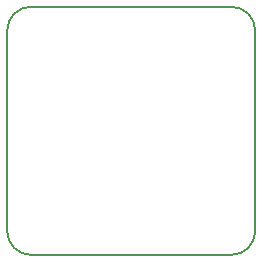
<source format=gbr>
G04 #@! TF.FileFunction,Profile,NP*
%FSLAX46Y46*%
G04 Gerber Fmt 4.6, Leading zero omitted, Abs format (unit mm)*
G04 Created by KiCad (PCBNEW 4.0.5) date Sunday, 09. April 2017 'u35' 15:35:46*
%MOMM*%
%LPD*%
G01*
G04 APERTURE LIST*
%ADD10C,0.100000*%
%ADD11C,0.150000*%
G04 APERTURE END LIST*
D10*
D11*
X139000000Y-110000000D02*
G75*
G03X141000000Y-108000000I0J2000000D01*
G01*
X120000000Y-108000000D02*
G75*
G03X122000000Y-110000000I2000000J0D01*
G01*
X141000000Y-91000000D02*
G75*
G03X139000000Y-89000000I-2000000J0D01*
G01*
X122000000Y-89000000D02*
G75*
G03X120000000Y-91000000I0J-2000000D01*
G01*
X139000000Y-110000000D02*
X122000000Y-110000000D01*
X141000000Y-91000000D02*
X141000000Y-108000000D01*
X122000000Y-89000000D02*
X139000000Y-89000000D01*
X120000000Y-108000000D02*
X120000000Y-91000000D01*
M02*

</source>
